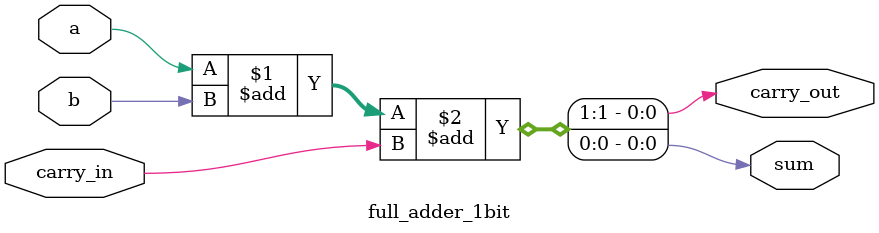
<source format=v>
module full_adder_1bit(
	input a, b, 
	input carry_in,
	output carry_out, 
	output sum
);

assign{carry_out, sum} = a + b + carry_in;

endmodule
		



</source>
